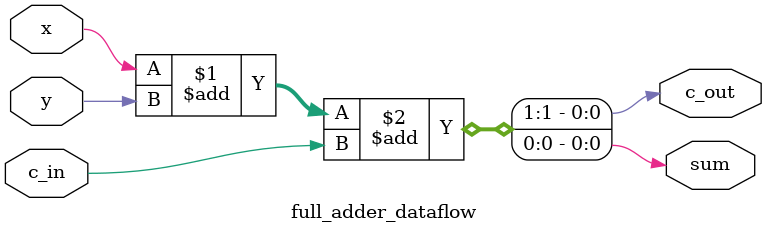
<source format=v>
module full_adder_dataflow(
    input   wire    x,      // First input bit
    input   wire    y,      // Second input bit
    input   wire    c_in,   // Carry input bit
    output  wire    sum,    // Sum output bit
    output  wire    c_out   // Carry output bit
);
    
    // Use dataflow modeling to calculate sum and carry out
    assign {c_out, sum} = x + y + c_in;

endmodule
</source>
